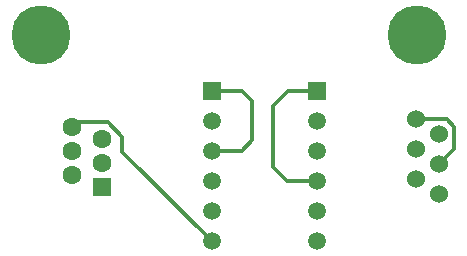
<source format=gbl>
G04 Layer: BottomLayer*
G04 EasyEDA v6.4.31, 2022-02-08 20:51:16*
G04 aca76a114d3d40dd8edb9042e3354b56,7b35ab87edb5478c89a92b32cd25319b,10*
G04 Gerber Generator version 0.2*
G04 Scale: 100 percent, Rotated: No, Reflected: No *
G04 Dimensions in millimeters *
G04 leading zeros omitted , absolute positions ,4 integer and 5 decimal *
%FSLAX45Y45*%
%MOMM*%

%ADD11C,0.3000*%
%ADD12C,5.0000*%
%ADD13C,1.6000*%
%ADD14R,1.6000X1.6000*%
%ADD16C,1.5200*%
%ADD17C,1.5240*%

%LPD*%
D11*
X2806694Y3822710D02*
G01*
X2050130Y4579274D01*
X2050130Y4703480D01*
X1926457Y4827153D01*
X1663847Y4827153D01*
X1625594Y4788900D01*
X2806700Y5092700D02*
G01*
X3060700Y5092700D01*
X3149600Y5003800D01*
X3149600Y4673600D01*
X3060700Y4584700D01*
X2806700Y4584700D01*
X3695700Y5092700D02*
G01*
X3454400Y5092700D01*
X3327400Y4965700D01*
X3327400Y4445000D01*
X3441700Y4330700D01*
X3695700Y4330700D01*
X4728789Y4470384D02*
G01*
X4856195Y4597791D01*
X4856195Y4790907D01*
X4795718Y4851384D01*
X4533793Y4851384D01*
D12*
G01*
X1357960Y5564022D03*
G01*
X4545965Y5564022D03*
D13*
G01*
X1625600Y4584877D03*
G01*
X1879600Y4482896D03*
G01*
X1625600Y4380890D03*
D14*
G01*
X1879600Y4278884D03*
D13*
G01*
X1625600Y4788890D03*
G01*
X1879600Y4686884D03*
G36*
X3619703Y5168696D02*
G01*
X3771696Y5168696D01*
X3771696Y5016703D01*
X3619703Y5016703D01*
G37*
D16*
G01*
X3695700Y4838700D03*
G01*
X3695700Y4584700D03*
G01*
X3695700Y4330700D03*
G01*
X3695700Y4076700D03*
G01*
X3695700Y3822700D03*
G36*
X2730703Y5168696D02*
G01*
X2882696Y5168696D01*
X2882696Y5016703D01*
X2730703Y5016703D01*
G37*
G01*
X2806700Y4838700D03*
G01*
X2806700Y4584700D03*
G01*
X2806700Y4330700D03*
G01*
X2806700Y4076700D03*
G01*
X2806700Y3822700D03*
D17*
G01*
X4728794Y4470374D03*
G01*
X4728794Y4216374D03*
G01*
X4533798Y4343374D03*
G01*
X4533798Y4597374D03*
G01*
X4728794Y4724374D03*
G01*
X4533798Y4851374D03*
M02*

</source>
